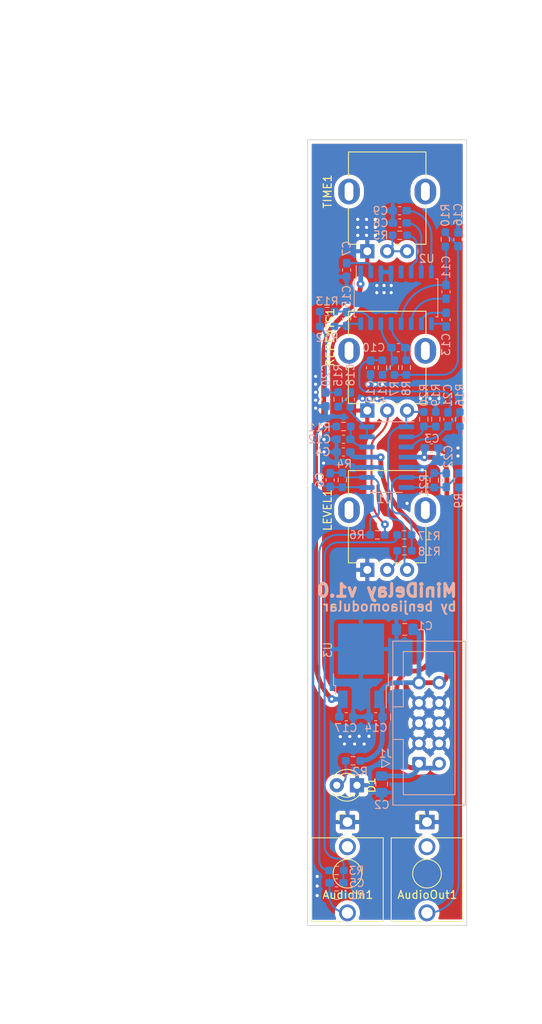
<source format=kicad_pcb>
(kicad_pcb (version 20211014) (generator pcbnew)
  (layers (0 "F.Cu" signal) (31 "B.Cu" signal) (34 "B.Paste" user) (35 "F.Paste" user) (36 "B.SilkS" user "B.Silkscreen") (37 "F.SilkS" user "F.Silkscreen") (38 "B.Mask" user) (39 "F.Mask" user) (44 "Edge.Cuts" user))
  (net 0 "")
  (net 1 "Net-(C22-Pad1)")
  (net 2 "Net-(C22-Pad2)")
  (net 3 "Net-(AudioIn1-PadT)")
  (net 4 "GND")
  (net 5 "+12V")
  (net 6 "Net-(D1-Pad2)")
  (net 7 "Net-(C6-Pad2)")
  (net 8 "DRY_OUT")
  (net 9 "Net-(C6-Pad1)")
  (net 10 "Net-(R5-Pad2)")
  (net 11 "Net-(R5-Pad1)")
  (net 12 "REPEATS")
  (net 13 "Net-(C10-Pad2)")
  (net 14 "Net-(C16-Pad2)")
  (net 15 "Net-(C10-Pad1)")
  (net 16 "Net-(AudioOut1-PadT)")
  (net 17 "Net-(C11-Pad2)")
  (net 18 "Net-(C12-Pad2)")
  (net 19 "Net-(C15-Pad2)")
  (net 20 "Net-(C20-Pad1)")
  (net 21 "Net-(C15-Pad1)")
  (net 22 "Net-(C19-Pad2)")
  (net 23 "Net-(C18-Pad1)")
  (net 24 "Net-(C21-Pad2)")
  (net 25 "WET_OUT")
  (net 26 "Net-(R19-Pad2)")
  (net 27 "Net-(LEVEL1-Pad3)")
  (net 28 "-12V")
  (net 29 "Net-(C8-Pad2)")
  (net 30 "Net-(C9-Pad2)")
  (net 31 "Net-(C11-Pad1)")
  (net 32 "Net-(C13-Pad2)")
  (net 33 "Net-(C13-Pad1)")
  (net 34 "+5V")
  (net 35 "Net-(C18-Pad2)")
  (net 36 "Net-(C7-Pad1)")
  (footprint "LED_THT:LED_D3.0mm" (layer "F.Cu") (at 131.2 138.55 180)
    (fp_text reference "D1")
    (fp_text value "3mm_LED")
  )
  (footprint "benjiaomodular:AudioJack_3.5mm" (layer "F.Cu") (at 140 143.17)
    (fp_text reference "AudioOut1")
    (fp_text value "AudioJack2_SwitchT" hide)
  )
  (footprint "benjiaomodular:AudioJack_3.5mm" (layer "F.Cu") (at 130 143.17)
    (fp_text reference "AudioIn1")
    (fp_text value "AudioJack2_SwitchT" hide)
  )
  (footprint "benjiaomodular:Potentiometer_RV09" (layer "F.Cu") (at 132.5 111.5 90)
    (fp_text reference "LEVEL1")
    (fp_text value "B10k")
  )
  (footprint "benjiaomodular:Potentiometer_RV09" (layer "F.Cu") (at 132.5 71.5 90)
    (fp_text reference "TIME1")
    (fp_text value "B100k")
  )
  (footprint "benjiaomodular:Potentiometer_RV09" (layer "F.Cu") (at 132.5 91.5 90)
    (fp_text reference "REPEATS1")
    (fp_text value "B10k")
  )
  (footprint "Resistor_SMD:R_0603_1608Metric_Pad0.98x0.95mm_HandSolder" (layer "B.Cu") (at 134.4 86.1 -90)
    (fp_text reference "R14")
    (fp_text value "10k")
  )
  (footprint "Capacitor_SMD:C_0603_1608Metric_Pad1.08x0.95mm_HandSolder" (layer "B.Cu") (at 142.43 100.24 90)
    (fp_text reference "C22")
    (fp_text value "68pF")
  )
  (footprint "Capacitor_SMD:C_0805_2012Metric_Pad1.18x1.45mm_HandSolder" (layer "B.Cu") (at 137.2 118.975 180)
    (fp_text reference "C1")
    (fp_text value "22uF")
  )
  (footprint "Package_TO_SOT_SMD:TO-252-2" (layer "B.Cu") (at 131.7 123.55 90)
    (fp_text reference "U3")
    (fp_text value "L7805")
  )
  (footprint "Resistor_SMD:R_0603_1608Metric_Pad0.98x0.95mm_HandSolder" (layer "B.Cu") (at 128.625 149.25 180)
    (fp_text reference "R3")
    (fp_text value "100k")
  )
  (footprint "Capacitor_SMD:C_0603_1608Metric_Pad1.08x0.95mm_HandSolder" (layer "B.Cu") (at 132.9 86.1 90)
    (fp_text reference "C19")
    (fp_text value "2.2nF")
  )
  (footprint "Resistor_SMD:R_0603_1608Metric_Pad0.98x0.95mm_HandSolder" (layer "B.Cu") (at 137.15 107.11)
    (fp_text reference "R17")
    (fp_text value "100k")
  )
  (footprint "Capacitor_SMD:C_0603_1608Metric_Pad1.08x0.95mm_HandSolder" (layer "B.Cu") (at 129.5 96.7)
    (fp_text reference "C4")
    (fp_text value "100nF")
  )
  (footprint "Resistor_SMD:R_0603_1608Metric_Pad0.98x0.95mm_HandSolder" (layer "B.Cu") (at 141.11 92.59 -90)
    (fp_text reference "R19")
    (fp_text value "20k")
  )
  (footprint "Resistor_SMD:R_0603_1608Metric_Pad0.98x0.95mm_HandSolder" (layer "B.Cu") (at 133.775 107.11 180)
    (fp_text reference "R6")
    (fp_text value "100k")
  )
  (footprint "Capacitor_SMD:C_0603_1608Metric_Pad1.08x0.95mm_HandSolder" (layer "B.Cu") (at 127.825 100.225 90)
    (fp_text reference "C6")
    (fp_text value "47pF")
  )
  (footprint "Capacitor_SMD:C_0603_1608Metric_Pad1.08x0.95mm_HandSolder" (layer "B.Cu") (at 136.4 83.6 180)
    (fp_text reference "C10")
    (fp_text value "2.2nF")
  )
  (footprint "Capacitor_SMD:C_0603_1608Metric_Pad1.08x0.95mm_HandSolder" (layer "B.Cu") (at 142.4 80.09 90)
    (fp_text reference "C13")
    (fp_text value "100nF")
  )
  (footprint "Resistor_SMD:R_0603_1608Metric_Pad0.98x0.95mm_HandSolder" (layer "B.Cu") (at 136.58 69.49 180)
    (fp_text reference "R5")
    (fp_text value "2.7k")
  )
  (footprint "Capacitor_SMD:C_0603_1608Metric_Pad1.08x0.95mm_HandSolder" (layer "B.Cu") (at 127.3 90.1 -90)
    (fp_text reference "C20")
    (fp_text value "4.7nF")
  )
  (footprint "Resistor_SMD:R_0603_1608Metric_Pad0.98x0.95mm_HandSolder" (layer "B.Cu") (at 129.5 93.5)
    (fp_text reference "R11")
    (fp_text value "10k")
  )
  (footprint "Capacitor_SMD:C_0603_1608Metric_Pad1.08x0.95mm_HandSolder" (layer "B.Cu") (at 140.575 96.2)
    (fp_text reference "C3")
    (fp_text value "100nF")
  )
  (footprint "Connector_IDC:IDC-Header_2x05_P2.54mm_Vertical" (layer "B.Cu") (at 138.9975 135.83)
    (fp_text reference "J1")
    (fp_text value "IDC_2x05")
  )
  (footprint "Resistor_SMD:R_0603_1608Metric_Pad0.98x0.95mm_HandSolder" (layer "B.Cu") (at 142.3 70 -90)
    (fp_text reference "R10")
    (fp_text value "10k")
  )
  (footprint "Capacitor_SMD:C_0603_1608Metric_Pad1.08x0.95mm_HandSolder" (layer "B.Cu") (at 142.4 76.6 90)
    (fp_text reference "C11")
    (fp_text value "100nF")
  )
  (footprint "Resistor_SMD:R_0603_1608Metric_Pad0.98x0.95mm_HandSolder" (layer "B.Cu") (at 130.7 135.475)
    (fp_text reference "R2")
    (fp_text value "10k")
  )
  (footprint "Resistor_SMD:R_0603_1608Metric_Pad0.98x0.95mm_HandSolder" (layer "B.Cu") (at 137.175 109.1)
    (fp_text reference "R18")
    (fp_text value "68k")
  )
  (footprint "Capacitor_SMD:C_0603_1608Metric_Pad1.08x0.95mm_HandSolder" (layer "B.Cu") (at 128.625 150.8 180)
    (fp_text reference "C5")
    (fp_text value "220nF")
  )
  (footprint "Resistor_SMD:R_0603_1608Metric_Pad0.98x0.95mm_HandSolder" (layer "B.Cu") (at 129.355 100.215 -90)
    (fp_text reference "R4")
    (fp_text value "10k")
  )
  (footprint "Resistor_SMD:R_0603_1608Metric_Pad0.98x0.95mm_HandSolder" (layer "B.Cu") (at 140.91 100.24 -90)
    (fp_text reference "R21")
    (fp_text value "100k")
  )
  (footprint "Resistor_SMD:R_0603_1608Metric_Pad0.98x0.95mm_HandSolder" (layer "B.Cu") (at 128.625 152.35 180)
    (fp_text reference "R1")
    (fp_text value "1M")
  )
  (footprint "Resistor_SMD:R_0603_1608Metric_Pad0.98x0.95mm_HandSolder" (layer "B.Cu") (at 143.98 100.24 90)
    (fp_text reference "R9")
    (fp_text value "1k")
  )
  (footprint "Resistor_SMD:R_0603_1608Metric_Pad0.98x0.95mm_HandSolder" (layer "B.Cu") (at 139.6 92.58 90)
    (fp_text reference "R20")
    (fp_text value "100k")
  )
  (footprint "Capacitor_SMD:C_0805_2012Metric_Pad1.18x1.45mm_HandSolder" (layer "B.Cu") (at 134.3 138.425 90)
    (fp_text reference "C2")
    (fp_text value "22uF")
  )
  (footprint "Capacitor_SMD:C_0603_1608Metric_Pad1.08x0.95mm_HandSolder" (layer "B.Cu") (at 142.63 92.59 -90)
    (fp_text reference "C21")
    (fp_text value "10nF")
  )
  (footprint "Capacitor_SMD:C_0603_1608Metric_Pad1.08x0.95mm_HandSolder" (layer "B.Cu") (at 136.559887 66.409826)
    (fp_text reference "C9")
    (fp_text value "100nF")
  )
  (footprint "Resistor_SMD:R_0603_1608Metric_Pad0.98x0.95mm_HandSolder" (layer "B.Cu") (at 144.13 92.6 90)
    (fp_text reference "R16")
    (fp_text value "1M")
  )
  (footprint "Capacitor_SMD:C_0603_1608Metric_Pad1.08x0.95mm_HandSolder" (layer "B.Cu") (at 129.9 73.85 -90)
    (fp_text reference "C7")
    (fp_text value "1uF")
  )
  (footprint "Resistor_SMD:R_0603_1608Metric_Pad0.98x0.95mm_HandSolder" (layer "B.Cu") (at 135.9 86.1 90)
    (fp_text reference "R7")
    (fp_text value "20k")
  )
  (footprint "Capacitor_SMD:C_0603_1608Metric_Pad1.08x0.95mm_HandSolder" (layer "B.Cu") (at 136.579887 67.949826)
    (fp_text reference "C8")
    (fp_text value "100nF")
  )
  (footprint "Resistor_SMD:R_0603_1608Metric_Pad0.98x0.95mm_HandSolder" (layer "B.Cu") (at 127.45 80.95)
    (fp_text reference "R12")
    (fp_text value "10k")
  )
  (footprint "Package_SO:SOP-16_4.55x10.3mm_P1.27mm" (layer "B.Cu") (at 136.11 77.35 -90)
    (fp_text reference "U2")
    (fp_text value "PT2399")
  )
  (footprint "Capacitor_SMD:C_0603_1608Metric_Pad1.08x0.95mm_HandSolder" (layer "B.Cu") (at 130.36 90.1 -90)
    (fp_text reference "C18")
    (fp_text value "1uF")
  )
  (footprint "Package_SO:SOIC-14_3.9x8.7mm_P1.27mm" (layer "B.Cu") (at 134.92 97.35 180)
    (fp_text reference "U1")
    (fp_text value "TL074")
  )
  (footprint "Capacitor_SMD:C_0603_1608Metric_Pad1.08x0.95mm_HandSolder" (layer "B.Cu") (at 129.5 95.1)
    (fp_text reference "C12")
    (fp_text value "2.2nF")
  )
  (footprint "Capacitor_SMD:C_0603_1608Metric_Pad1.08x0.95mm_HandSolder" (layer "B.Cu") (at 129.85 129.95)
    (fp_text reference "C17")
    (fp_text value "100nF")
  )
  (footprint "Capacitor_SMD:C_0603_1608Metric_Pad1.08x0.95mm_HandSolder" (layer "B.Cu") (at 143.9 70 -90)
    (fp_text reference "C16")
    (fp_text value "15nF")
  )
  (footprint "Capacitor_SMD:C_0603_1608Metric_Pad1.08x0.95mm_HandSolder" (layer "B.Cu") (at 129.9 80 -90)
    (fp_text reference "C15")
    (fp_text value "2.2nF")
  )
  (footprint "Resistor_SMD:R_0603_1608Metric_Pad0.98x0.95mm_HandSolder" (layer "B.Cu") (at 128.83 90.1 90)
    (fp_text reference "R15")
    (fp_text value "10k")
  )
  (footprint "Capacitor_SMD:C_0603_1608Metric_Pad1.08x0.95mm_HandSolder" (layer "B.Cu") (at 133.55 129.95 180)
    (fp_text reference "C14")
    (fp_text value "330nF")
  )
  (footprint "Resistor_SMD:R_0603_1608Metric_Pad0.98x0.95mm_HandSolder" (layer "B.Cu") (at 137.4 86.1 90)
    (fp_text reference "R8")
    (fp_text value "10k")
  )
  (footprint "Resistor_SMD:R_0603_1608Metric_Pad0.98x0.95mm_HandSolder" (layer "B.Cu") (at 127.45 79.07)
    (fp_text reference "R13")
    (fp_text value "10k")
  )
  (gr_line (start 125 156.15) (end 125 57.5) (layer "Edge.Cuts") (width 0.1))
  (gr_line (start 125 57.5) (end 145 57.5) (layer "Edge.Cuts") (width 0.1))
  (gr_line (start 145 57.5) (end 145 156.15) (layer "Edge.Cuts") (width 0.1))
  (gr_line (start 145 156.15) (end 125 156.15) (layer "Edge.Cuts") (width 0.1))
  (gr_text "MiniDelay v1.0" (at 134.95 114.1) (layer "B.SilkS") (effects (font (size 1.6 1.6) (thickness 0.4)) (justify mirror)))
  (gr_text "by benjiaomodular" (at 135.325 116.1) (layer "B.SilkS") (effects (font (size 1.2 1.2) (thickness 0.24)) (justify mirror)))
  (segment (start 143.98 99.3275) (end 143.98 99.5525) (width 0.25) (layer "B.Cu") (net 1))
  (segment (start 137.395 101.16) (end 137.405 101.15) (width 0.25) (layer "B.Cu") (net 1))
  (segment (start 137.405 101.15) (end 142.3825 101.15) (width 0.25) (layer "B.Cu") (net 1))
  (segment (start 143.98 99.5525) (end 142.43 101.1025) (width 0.25) (layer "B.Cu") (net 1))
  (segment (start 141.32 101.1425) (end 141.318722 101.141222) (width 0.25) (layer "B.Cu") (net 1))
  (arc (start 141.1525 101.16) (mid 141.186088 101.146088) (end 141.2 101.1125) (width 0.25) (layer "B.Cu") (net 1))
  (segment (start 138.0875 106.855911) (end 138.0875 107.55) (width 0.25) (layer "B.Cu") (net 2))
  (segment (start 137.395 99.89) (end 136.685 99.89) (width 0.25) (layer "B.Cu") (net 2))
  (segment (start 137.395 99.89) (end 140.3575 99.88) (width 0.25) (layer "B.Cu") (net 2))
  (segment (start 138.0875 107.55) (end 138.0875 109.1) (width 0.25) (layer "B.Cu") (net 2))
  (segment (start 142.43 99.3775) (end 140.96 99.3775) (width 0.25) (layer "B.Cu") (net 2))
  (segment (start 138.0625 107.11) (end 138.0625 106.1625) (width 0.25) (layer "B.Cu") (net 2))
  (segment (start 135.6 103.7) (end 135.6 100.975) (width 0.25) (layer "B.Cu") (net 2))
  (arc (start 136.3 104.4) (mid 135.805025 104.194975) (end 135.6 103.7) (width 0.25) (layer "B.Cu") (net 2))
  (arc (start 136.685 99.89) (mid 135.917789 100.207789) (end 135.6 100.975) (width 0.25) (layer "B.Cu") (net 2))
  (arc (start 138.0625 106.1625) (mid 137.546276 104.916224) (end 136.3 104.4) (width 0.25) (layer "B.Cu") (net 2))
  (arc (start 140.3575 99.88) (mid 140.748176 99.718176) (end 140.91 99.3275) (width 0.25) (layer "B.Cu") (net 2))
  (segment (start 127.7625 150.8) (end 127.7625 152.3) (width 0.25) (layer "B.Cu") (net 3))
  (segment (start 129.9325 154.57) (end 129.95 154.57) (width 0.25) (layer "B.Cu") (net 3))
  (arc (start 127.7125 152.35) (mid 128.362723 153.919777) (end 129.9325 154.57) (width 0.25) (layer "B.Cu") (net 3))
  (arc (start 127.7625 152.3) (mid 127.747855 152.335355) (end 127.7125 152.35) (width 0.25) (layer "B.Cu") (net 3))
  (via (at 135.5 76.7) (size 0.8) (drill 0.4) (layers "F.Cu" "B.Cu") (net 4))
  (via (at 133.5 69.5) (size 0.8) (drill 0.4) (layers "F.Cu" "B.Cu") (net 4))
  (via (at 132.4 67.5) (size 0.8) (drill 0.4) (layers "F.Cu" "B.Cu") (net 4))
  (via (at 130.3 132.425) (size 0.8) (drill 0.4) (layers "F.Cu" "B.Cu") (net 4))
  (via (at 131.3 69.5) (size 0.8) (drill 0.4) (layers "F.Cu" "B.Cu") (net 4))
  (via (at 132.8 90) (size 0.8) (drill 0.4) (layers "F.Cu" "B.Cu") (net 4))
  (via (at 132.6 88.2) (size 0.8) (drill 0.4) (layers "F.Cu" "B.Cu") (net 4))
  (via (at 132.4 68.5) (size 0.8) (drill 0.4) (layers "F.Cu" "B.Cu") (net 4))
  (via (at 134.4 88.2) (size 0.8) (drill 0.4) (layers "F.Cu" "B.Cu") (net 4))
  (via (at 137.5 103.15) (size 0.8) (drill 0.4) (layers "F.Cu" "B.Cu") (net 4))
  (via (at 135.5 75.8) (size 0.8) (drill 0.4) (layers "F.Cu" "B.Cu") (net 4))
  (via (at 131.475 132.4) (size 0.8) (drill 0.4) (layers "F.Cu" "B.Cu") (net 4))
  (via (at 143.9 97.2) (size 0.8) (drill 0.4) (layers "F.Cu" "B.Cu") (net 4))
  (via (at 131.3 67.5) (size 0.8) (drill 0.4) (layers "F.Cu" "B.Cu") (net 4))
  (via (at 127.05 96.7) (size 0.8) (drill 0.4) (layers "F.Cu" "B.Cu") (net 4))
  (via (at 132.1 133.375) (size 0.8) (drill 0.4) (layers "F.Cu" "B.Cu") (net 4))
  (via (at 130.9 133.375) (size 0.8) (drill 0.4) (layers "F.Cu" "B.Cu") (net 4))
  (via (at 132.7 132.4) (size 0.8) (drill 0.4) (layers "F.Cu" "B.Cu") (net 4))
  (via (at 133.5 88.2) (size 0.8) (drill 0.4) (layers "F.Cu" "B.Cu") (net 4))
  (via (at 129.625 133.375) (size 0.8) (drill 0.4) (layers "F.Cu" "B.Cu") (net 4))
  (via (at 133.7 90) (size 0.8) (drill 0.4) (layers "F.Cu" "B.Cu") (net 4))
  (via (at 126 88.2) (size 0.8) (drill 0.4) (layers "F.Cu" "B.Cu") (net 4))
  (via (at 126.2 150) (size 0.8) (drill 0.4) (layers "F.Cu" "B.Cu") (net 4))
  (via (at 126 90.2) (size 0.8) (drill 0.4) (layers "F.Cu" "B.Cu") (net 4))
  (via (at 126.2 151.2) (size 0.8) (drill 0.4) (layers "F.Cu" "B.Cu") (net 4))
  (via (at 126.2 152.4) (size 0.8) (drill 0.4) (layers "F.Cu" "B.Cu") (net 4))
  (via (at 133.5 67.5) (size 0.8) (drill 0.4) (layers "F.Cu" "B.Cu") (net 4))
  (via (at 143.9 96.2) (size 0.8) (drill 0.4) (layers "F.Cu" "B.Cu") (net 4))
  (via (at 133.5 68.5) (size 0.8) (drill 0.4) (layers "F.Cu" "B.Cu") (net 4))
  (via (at 131.3 68.5) (size 0.8) (drill 0.4) (layers "F.Cu" "B.Cu") (net 4))
  (via (at 126 91.2) (size 0.8) (drill 0.4) (layers "F.Cu" "B.Cu") (net 4))
  (via (at 134.6 76.7) (size 0.8) (drill 0.4) (layers "F.Cu" "B.Cu") (net 4))
  (via (at 141.5 90) (size 0.8) (drill 0.4) (layers "F.Cu" "B.Cu") (net 4))
  (via (at 133.7 75.8) (size 0.8) (drill 0.4) (layers "F.Cu" "B.Cu") (net 4))
  (via (at 139.2 90) (size 0.8) (drill 0.4) (layers "F.Cu" "B.Cu") (net 4))
  (via (at 132.4 69.5) (size 0.8) (drill 0.4) (layers "F.Cu" "B.Cu") (net 4))
  (via (at 126 87.2) (size 0.8) (drill 0.4) (layers "F.Cu" "B.Cu") (net 4))
  (via (at 139.4 98.95) (size 0.8) (drill 0.4) (layers "F.Cu" "B.Cu") (net 4))
  (via (at 133.7 76.7) (size 0.8) (drill 0.4) (layers "F.Cu" "B.Cu") (net 4))
  (via (at 134.6 75.8) (size 0.8) (drill 0.4) (layers "F.Cu" "B.Cu") (net 4))
  (via (at 129.1 132.45) (size 0.8) (drill 0.4) (layers "F.Cu" "B.Cu") (net 4))
  (via (at 126 89.2) (size 0.8) (drill 0.4) (layers "F.Cu" "B.Cu") (net 4))
  (via (at 127 98.1) (size 0.8) (drill 0.4) (layers "F.Cu" "B.Cu") (net 4))
  (via (at 131.9 90) (size 0.8) (drill 0.4) (layers "F.Cu" "B.Cu") (net 4))
  (via (at 140.4 90) (size 0.8) (drill 0.4) (layers "F.Cu" "B.Cu") (net 4))
  (via (at 127.05 95.125) (size 0.8) (drill 0.4) (layers "F.Cu" "B.Cu") (net 4))
  (segment (start 129.4875 152.3) (end 129.5375 152.35) (width 0.25) (layer "B.Cu") (net 4))
  (arc (start 132.0025 119.1125) (mid 131.862846 119.170346) (end 131.805 119.31) (width 0.25) (layer "B.Cu") (net 4))
  (segment (start 142.5 99.225) (end 142.5 124.7075) (width 0.6) (layer "F.Cu") (net 5))
  (segment (start 141.5375 125.67) (end 138.9975 125.67) (width 0.6) (layer "F.Cu") (net 5))
  (segment (start 139.675 97.375) (end 140.65 97.375) (width 0.6) (layer "F.Cu") (net 5))
  (via (at 139.675 97.375) (size 1) (drill 0.4) (layers "F.Cu" "B.Cu") (net 5))
  (arc (start 140.65 97.375) (mid 141.958148 97.916852) (end 142.5 99.225) (width 0.6) (layer "F.Cu") (net 5))
  (arc (start 142.5 124.7075) (mid 142.21809 125.38809) (end 141.5375 125.67) (width 0.6) (layer "F.Cu") (net 5))
  (segment (start 138.9975 125.67) (end 136.06 125.67) (width 0.6) (layer "B.Cu") (net 5))
  (segment (start 137.395 97.35) (end 139.2875 97.35) (width 0.6) (layer "B.Cu") (net 5))
  (segment (start 139.682701 96.3831) (end 139.670792 96.366708) (width 0.6) (layer "B.Cu") (net 5))
  (segment (start 139.675 97.375) (end 139.688962 96.402369) (width 0.6) (layer "B.Cu") (net 5))
  (segment (start 139.688962 96.402369) (end 139.682701 96.3831) (width 0.6) (layer "B.Cu") (net 5))
  (segment (start 134.3875 129.95) (end 134.3875 128.733792) (width 0.6) (layer "B.Cu") (net 5))
  (segment (start 139.670792 96.366708) (end 139.6544 96.354799) (width 0.6) (layer "B.Cu") (net 5))
  (segment (start 139 125.6675) (end 139 119.7375) (width 0.6) (layer "B.Cu") (net 5))
  (segment (start 134.3875 129.95) (end 134.3875 132.7) (width 0.6) (layer "B.Cu") (net 5))
  (arc (start 134.3875 132.7) (mid 133.574721 134.662221) (end 131.6125 135.475) (width 0.6) (layer "B.Cu") (net 5))
  (arc (start 136.06 125.67) (mid 134.589218 126.279218) (end 133.98 127.75) (width 0.6) (layer "B.Cu") (net 5))
  (arc (start 139 119.7375) (mid 138.776669 119.198331) (end 138.2375 118.975) (width 0.6) (layer "B.Cu") (net 5))
  (arc (start 138.9975 125.67) (mid 138.999268 125.669268) (end 139 125.6675) (width 0.6) (layer "B.Cu") (net 5))
  (arc (start 134.3875 128.733792) (mid 134.281594 128.201368) (end 133.98 127.75) (width 0.6) (layer "B.Cu") (net 5))
  (segment (start 129.7875 135.475) (end 129.7875 137.4225) (width 0.25) (layer "B.Cu") (net 6))
  (arc (start 129.7875 137.4225) (mid 129.457263 138.219763) (end 128.66 138.55) (width 0.25) (layer "B.Cu") (net 6))
  (segment (start 132.8625 107.11) (end 128.788816 107.11) (width 0.25) (layer "B.Cu") (net 7))
  (segment (start 133.95 101.018249) (end 133.95 104.32) (width 0.25) (layer "B.Cu") (net 7))
  (segment (start 132.8625 105.4075) (end 132.8625 107.11) (width 0.25) (layer "B.Cu") (net 7))
  (segment (start 126.46 109.438816) (end 126.46 147.9975) (width 0.25) (layer "B.Cu") (net 7))
  (segment (start 132.445 99.89) (end 132.821751 99.89) (width 0.25) (layer "B.Cu") (net 7))
  (segment (start 129.355 99.3025) (end 127.885 99.3025) (width 0.25) (layer "B.Cu") (net 7))
  (segment (start 132.445 99.89) (end 129.9425 99.89) (width 0.25) (layer "B.Cu") (net 7))
  (arc (start 126.46 147.9975) (mid 126.826849 148.883151) (end 127.7125 149.25) (width 0.25) (layer "B.Cu") (net 7))
  (arc (start 129.9425 99.89) (mid 129.527075 99.717925) (end 129.355 99.3025) (width 0.25) (layer "B.Cu") (net 7))
  (arc (start 133.95 104.32) (mid 133.815269 104.645269) (end 133.49 104.78) (width 0.25) (layer "B.Cu") (net 7))
  (arc (start 128.788816 107.11) (mid 127.142094 107.792094) (end 126.46 109.438816) (width 0.25) (layer "B.Cu") (net 7))
  (arc (start 133.49 104.78) (mid 133.04629 104.96379) (end 132.8625 105.4075) (width 0.25) (layer "B.Cu") (net 7))
  (arc (start 127.885 99.3025) (mid 127.842574 99.320074) (end 127.825 99.3625) (width 0.25) (layer "B.Cu") (net 7))
  (arc (start 132.821751 99.89) (mid 133.619544 100.220456) (end 133.95 101.018249) (width 0.25) (layer "B.Cu") (net 7))
  (segment (start 129.5375 148.5575) (end 129.5375 149.25) (width 0.25) (layer "B.Cu") (net 8))
  (segment (start 135.58 108.05) (end 128.851738 108.05) (width 0.25) (layer "B.Cu") (net 8))
  (segment (start 127.13 109.771738) (end 127.13 146.15) (width 0.25) (layer "B.Cu") (net 8))
  (segment (start 129.4875 150.8) (end 129.4875 149.3) (width 0.25) (layer "B.Cu") (net 8))
  (segment (start 136.2375 107.11) (end 136.2375 107.3925) (width 0.25) (layer "B.Cu") (net 8))
  (arc (start 127.13 146.15) (mid 127.598629 147.281371) (end 128.73 147.75) (width 0.25) (layer "B.Cu") (net 8))
  (arc (start 129.4875 149.3) (mid 129.502145 149.264645) (end 129.5375 149.25) (width 0.25) (layer "B.Cu") (net 8))
  (arc (start 136.2375 107.3925) (mid 136.044923 107.857423) (end 135.58 108.05) (width 0.25) (layer "B.Cu") (net 8))
  (arc (start 128.73 147.75) (mid 129.300989 147.986511) (end 129.5375 148.5575) (width 0.25) (layer "B.Cu") (net 8))
  (arc (start 128.851738 108.05) (mid 127.634285 108.554285) (end 127.13 109.771738) (width 0.25) (layer "B.Cu") (net 8))
  (segment (start 128.87 101.1225) (end 132.4075 101.1225) (width 0.25) (layer "B.Cu") (net 9))
  (segment (start 125.9 99.117725) (end 125.9 95.4) (width 0.25) (layer "B.Cu") (net 9))
  (segment (start 127.8 93.5) (end 128.5875 93.5) (width 0.25) (layer "B.Cu") (net 9))
  (segment (start 128.87 101.1225) (end 127.904775 101.1225) (width 0.25) (layer "B.Cu") (net 9))
  (arc (start 125.9 95.4) (mid 126.456497 94.056497) (end 127.8 93.5) (width 0.25) (layer "B.Cu") (net 9))
  (arc (start 127.904775 101.1225) (mid 126.487185 100.535315) (end 125.9 99.117725) (width 0.25) (layer "B.Cu") (net 9))
  (arc (start 132.4075 101.1225) (mid 132.434017 101.133483) (end 132.445 101.16) (width 0.25) (layer "B.Cu") (net 9))
  (segment (start 137.5 71.5) (end 135 71.5) (width 0.25) (layer "B.Cu") (net 10))
  (segment (start 135.6675 69.49) (end 135.6675 70.8325) (width 0.25) (layer "B.Cu") (net 10))
  (arc (start 135.6675 70.8325) (mid 135.471994 71.304494) (end 135 71.5) (width 0.25) (layer "B.Cu") (net 10))
  (segment (start 138.015 74.1) (end 138.015 73.385) (width 0.25) (layer "B.Cu") (net 11))
  (segment (start 138.725 72.675) (end 138.725 70.7225) (width 0.25) (layer "B.Cu") (net 11))
  (segment (start 138.015 73.385) (end 138.725 72.675) (width 0.25) (layer "B.Cu") (net 11))
  (arc (start 138.725 70.7225) (mid 138.364009 69.850991) (end 137.4925 69.49) (width 0.25) (layer "B.Cu") (net 11))
  (segment (start 133.025 96.08987) (end 133.025 102.206193) (width 0.25) (layer "F.Cu") (net 12))
  (segment (start 133.495134 94.954866) (end 134.207047 94.242953) (width 0.25) (layer "F.Cu") (net 12))
  (segment (start 135.1 92.087172) (end 135.1 91.55) (width 0.25) (layer "F.Cu") (net 12))
  (segment (start 134.367659 105.44766) (end 134.71 105.79) (width 0.25) (layer "F.Cu") (net 12))
  (via (at 134.71 105.79) (size 1) (drill 0.4) (layers "F.Cu" "B.Cu") (net 12))
  (arc (start 133.025 96.08987) (mid 133.147184 95.47561) (end 133.495134 94.954866) (width 0.25) (layer "F.Cu") (net 12))
  (arc (start 134.207047 94.242953) (mid 134.867929 93.253872) (end 135.1 92.087172) (width 0.25) (layer "F.Cu") (net 12))
  (arc (start 133.025 102.206193) (mid 133.373946 103.960462) (end 134.367659 105.44766) (width 0.25) (layer "F.Cu") (net 12))
  (segment (start 134.71 105.79) (end 134.71 107.055681) (width 0.25) (layer "B.Cu") (net 12))
  (arc (start 134.71 107.055681) (mid 134.704152 107.085078) (end 134.6875 107.11) (width 0.25) (layer "B.Cu") (net 12))
  (segment (start 135.5375 83.6) (end 135.5375 84.312348) (width 0.25) (layer "B.Cu") (net 13))
  (segment (start 135.3841 83.4466) (end 135.5375 83.6) (width 0.25) (layer "B.Cu") (net 13))
  (segment (start 135.67019 85.742309) (end 134.4 87.0125) (width 0.25) (layer "B.Cu") (net 13))
  (arc (start 135.5375 84.312348) (mid 135.631711 84.785976) (end 135.9 85.1875) (width 0.25) (layer "B.Cu") (net 13))
  (arc (start 134.205 80.6) (mid 134.511438 82.140569) (end 135.3841 83.4466) (width 0.25) (layer "B.Cu") (net 13))
  (arc (start 135.9 85.1875) (mid 135.840274 85.487761) (end 135.67019 85.742309) (width 0.25) (layer "B.Cu") (net 13))
  (segment (start 142.3 69.2625) (end 143.9 70.8625) (width 0.25) (layer "B.Cu") (net 14))
  (segment (start 143.9 70.8625) (end 143.9 85.014373) (width 0.25) (layer "B.Cu") (net 14))
  (segment (start 141.901873 87.0125) (end 137.4 87.0125) (width 0.25) (layer "B.Cu") (net 14))
  (segment (start 142.3 69.0875) (end 142.3 69.2625) (width 0.25) (layer "B.Cu") (net 14))
  (segment (start 135.9 87.0125) (end 137.4 87.0125) (width 0.25) (layer "B.Cu") (net 14))
  (arc (start 143.9 85.014373) (mid 143.314762 86.427262) (end 141.901873 87.0125) (width 0.25) (layer "B.Cu") (net 14))
  (segment (start 136.332367 82.669867) (end 137.2625 83.6) (width 0.25) (layer "B.Cu") (net 15))
  (segment (start 137.2625 83.6) (end 137.2625 84.855546) (width 0.25) (layer "B.Cu") (net 15))
  (arc (start 135.475 80.6) (mid 135.697822 81.720204) (end 136.332367 82.669867) (width 0.25) (layer "B.Cu") (net 15))
  (arc (start 137.2625 84.855546) (mid 137.298235 85.035198) (end 137.4 85.1875) (width 0.25) (layer "B.Cu") (net 15))
  (segment (start 143.975 109.4) (end 144 150.62) (width 0.25) (layer "B.Cu") (net 16))
  (segment (start 143.98 108.945976) (end 143.975 109.4) (width 0.25) (layer "B.Cu") (net 16))
  (segment (start 143.98 101.1525) (end 143.98 108.945976) (width 0.25) (layer "B.Cu") (net 16))
  (arc (start 144 150.62) (mid 142.843072 153.413072) (end 140.05 154.57) (width 0.25) (layer "B.Cu") (net 16))
  (segment (start 142.4 71.0125) (end 142.4 75.7375) (width 0.25) (layer "B.Cu") (net 17))
  (segment (start 142.3 70.9125) (end 142.4 71.0125) (width 0.25) (layer "B.Cu") (net 17))
  (segment (start 141.607486 75.7375) (end 142.4 75.7375) (width 0.25) (layer "B.Cu") (net 17))
  (arc (start 136.745 80.6) (mid 138.169189 77.161689) (end 141.607486 75.7375) (width 0.25) (layer "B.Cu") (net 17))
  (segment (start 130.3625 95.1) (end 130.562915 95.300415) (width 0.25) (layer "B.Cu") (net 18))
  (segment (start 130.4125 93.5) (end 130.4125 95.05) (width 0.25) (layer "B.Cu") (net 18))
  (segment (start 130.4125 95.05) (end 130.3625 95.1) (width 0.25) (layer "B.Cu") (net 18))
  (arc (start 130.562915 95.300415) (mid 131.426423 95.877392) (end 132.445 96.08) (width 0.25) (layer "B.Cu") (net 18))
  (segment (start 131.665 80.6) (end 130.1625 80.6) (width 0.25) (layer "B.Cu") (net 19))
  (segment (start 129.9 80.8625) (end 128.625 80.8625) (width 0.25) (layer "B.Cu") (net 19))
  (arc (start 130.1625 80.6) (mid 129.976884 80.676884) (end 129.9 80.8625) (width 0.25) (layer "B.Cu") (net 19))
  (segment (start 127.3 82.790837) (end 127.3 89.2375) (width 0.25) (layer "B.Cu") (net 20))
  (segment (start 127.3 89.2375) (end 128.70929 89.2375) (width 0.25) (layer "B.Cu") (net 20))
  (segment (start 126.5375 79.07) (end 126.5375 80.95) (width 0.25) (layer "B.Cu") (net 20))
  (arc (start 128.70929 89.2375) (mid 128.774618 89.224505) (end 128.83 89.1875) (width 0.25) (layer "B.Cu") (net 20))
  (arc (start 126.5375 80.95) (mid 127.101832 81.794583) (end 127.3 82.790837) (width 0.25) (layer "B.Cu") (net 20))
  (segment (start 129.873372 79.070769) (end 129.873372 79.075839) (width 0.25) (layer "B.Cu") (net 21))
  (segment (start 129.9 79.1375) (end 131.4725 79.1375) (width 0.25) (layer "B.Cu") (net 21))
  (segment (start 129.872603 79.07) (end 129.873372 79.070769) (width 0.25) (layer "B.Cu") (net 21))
  (segment (start 128.3625 79.07) (end 129.872603 79.07) (width 0.25) (layer "B.Cu") (net 21))
  (arc (start 131.4725 79.1375) (mid 132.506644 79.565856) (end 132.935 80.6) (width 0.25) (layer "B.Cu") (net 21))
  (arc (start 129.873372 79.075839) (mid 129.89428 79.103832) (end 129.9 79.1375) (width 0.25) (layer "B.Cu") (net 21))
  (segment (start 132.4 89.1) (end 141.9 89.1) (width 0.25) (layer "B.Cu") (net 22))
  (segment (start 134.4 85.1875) (end 133.02071 85.1875) (width 0.25) (layer "B.Cu") (net 22))
  (segment (start 131.5 86.6375) (end 131.5 88.2) (width 0.25) (layer "B.Cu") (net 22))
  (segment (start 142.9 90.1) (end 142.9 91.6275) (width 0.25) (layer "B.Cu") (net 22))
  (arc (start 133.02071 85.1875) (mid 132.955382 85.200494) (end 132.9 85.2375) (width 0.25) (layer "B.Cu") (net 22))
  (arc (start 131.5 88.2) (mid 131.763604 88.836396) (end 132.4 89.1) (width 0.25) (layer "B.Cu") (net 22))
  (arc (start 132.9 85.2375) (mid 131.910051 85.647551) (end 131.5 86.6375) (width 0.25) (layer "B.Cu") (net 22))
  (arc (start 141.9 89.1) (mid 142.607107 89.392893) (end 142.9 90.1) (width 0.25) (layer "B.Cu") (net 22))
  (segment (start 130.186759 89.655741) (end 128.83 91.0125) (width 0.25) (layer "B.Cu") (net 23))
  (arc (start 130.36 89.2375) (mid 130.314976 89.46385) (end 130.186759 89.655741) (width 0.25) (layer "B.Cu") (net 23))
  (segment (start 138.6 95.575) (end 138.589975 95.585025) (width 0.25) (layer "B.Cu") (net 24))
  (segment (start 140.175 95.075) (end 139.807106 95.075) (width 0.25) (layer "B.Cu") (net 24))
  (segment (start 142.63 93.4525) (end 141.596167 94.486333) (width 0.25) (layer "B.Cu") (net 24))
  (segment (start 144.13 91.6875) (end 144.13 91.9525) (width 0.25) (layer "B.Cu") (net 24))
  (segment (start 144.13 91.9525) (end 142.63 93.4525) (width 0.25) (layer "B.Cu") (net 24))
  (arc (start 141.596167 94.486333) (mid 140.94413 94.922011) (end 140.175 95.075) (width 0.25) (layer "B.Cu") (net 24))
  (arc (start 139.807106 95.075) (mid 139.153825 95.204946) (end 138.6 95.575) (width 0.25) (layer "B.Cu") (net 24))
  (arc (start 138.589975 95.585025) (mid 138.041716 95.95136) (end 137.395 96.08) (width 0.25) (layer "B.Cu") (net 24))
  (segment (start 136.2625 109.1) (end 136.2625 109.347031) (width 0.25) (layer "B.Cu") (net 25))
  (arc (start 136.2625 109.347031) (mid 136.025349 110.539269) (end 135.35 111.55) (width 0.25) (layer "B.Cu") (net 25))
  (segment (start 141.11 93.5025) (end 139.61 93.5025) (width 0.25) (layer "B.Cu") (net 26))
  (segment (start 139.61 93.5025) (end 139.6 93.4925) (width 0.25) (layer "B.Cu") (net 26))
  (segment (start 138.2825 94.81) (end 137.395 94.81) (width 0.25) (layer "B.Cu") (net 26))
  (arc (start 139.6 93.4925) (mid 139.214113 94.424113) (end 138.2825 94.81) (width 0.25) (layer "B.Cu") (net 26))
  (segment (start 139.6 91.6675) (end 137.7175 91.6675) (width 0.25) (layer "B.Cu") (net 27))
  (segment (start 137.395 93.54) (end 137.018249 93.54) (width 0.25) (layer "B.Cu") (net 27))
  (segment (start 137.6 91.55) (end 137.293937 91.856063) (width 0.25) (layer "B.Cu") (net 27))
  (segment (start 137.395 91.755) (end 137.395 93.54) (width 0.25) (layer "B.Cu") (net 27))
  (segment (start 135.125 95.433249) (end 135.125 104.325) (width 0.25) (layer "B.Cu") (net 27))
  (segment (start 137.175 106.375) (end 137.175 110.875) (width 0.25) (layer "B.Cu") (net 27))
  (arc (start 137.6 91.55) (mid 137.455043 91.610043) (end 137.395 91.755) (width 0.25) (layer "B.Cu") (net 27))
  (arc (start 137.175 110.875) (mid 137.372703 111.352297) (end 137.85 111.55) (width 0.25) (layer "B.Cu") (net 27))
  (arc (start 137.018249 93.54) (mid 135.67952 94.09452) (end 135.125 95.433249) (width 0.25) (layer "B.Cu") (net 27))
  (arc (start 136 105.2) (mid 136.83085 105.54415) (end 137.175 106.375) (width 0.25) (layer "B.Cu") (net 27))
  (arc (start 137.275 110.975) (mid 137.443414 111.381586) (end 137.85 111.55) (width 0.25) (layer "B.Cu") (net 27))
  (arc (start 135.125 104.325) (mid 135.381282 104.943718) (end 136 105.2) (width 0.25) (layer "B.Cu") (net 27))
  (arc (start 137.7175 91.6675) (mid 137.634415 91.633085) (end 137.6 91.55) (width 0.25) (layer "B.Cu") (net 27))
  (segment (start 138.55 136.4) (end 139.05 136.4) (width 0.6) (layer "F.Cu") (net 28))
  (segment (start 138.084225 105.609226) (end 137.7 105.225) (width 0.6) (layer "F.Cu") (net 28))
  (segment (start 140.4 111.2) (end 140.4 122.206418) (width 0.6) (layer "F.Cu") (net 28))
  (segment (start 134.175 97.43864) (end 134.175 97.375) (width 0.6) (layer "F.Cu") (net 28))
  (segment (start 137.7 105.225) (end 137.188237 104.713237) (width 0.6) (layer "F.Cu") (net 28))
  (segment (start 136.2 126.406418) (end 136.2 134.05) (width 0.6) (layer "F.Cu") (net 28))
  (via (at 134.175 97.375) (size 1) (drill 0.4) (layers "F.Cu" "B.Cu") (net 28))
  (arc (start 140.4 111.2) (mid 139.79815 108.174295) (end 138.084225 105.609226) (width 0.6) (layer "F.Cu") (net 28))
  (arc (start 140.4 122.206418) (mid 139.816093 123.616093) (end 138.406418 124.2) (width 0.6) (layer "F.Cu") (net 28))
  (arc (start 136.2 134.05) (mid 136.888299 135.711701) (end 138.55 136.4) (width 0.6) (layer "F.Cu") (net 28))
  (arc (start 138.406418 124.2) (mid 136.846245 124.846245) (end 136.2 126.406418) (width 0.6) (layer "F.Cu") (net 28))
  (arc (start 137.188237 104.713237) (mid 134.958115 101.375624) (end 134.175 97.43864) (width 0.6) (layer "F.Cu") (net 28))
  (segment (start 134.3 137.3875) (end 137.44 137.3875) (width 0.6) (layer "B.Cu") (net 28))
  (segment (start 132.445 97.35) (end 131.0125 97.35) (width 0.6) (layer "B.Cu") (net 28))
  (segment (start 139.05 136.4) (end 141.59 136.4) (width 0.6) (layer "B.Cu") (net 28))
  (segment (start 132.445 97.35) (end 134.15 97.35) (width 0.6) (layer "B.Cu") (net 28))
  (arc (start 137.44 137.3875) (mid 138.541319 136.931319) (end 138.9975 135.83) (width 0.6) (layer "B.Cu") (net 28))
  (arc (start 131.0125 97.35) (mid 130.552881 97.159619) (end 130.3625 96.7) (width 0.6) (layer "B.Cu") (net 28))
  (arc (start 134.15 97.35) (mid 134.167678 97.357322) (end 134.175 97.375) (width 0.25) (layer "B.Cu") (net 28))
  (segment (start 139.285 74.1) (end 139.285 69.792439) (width 0.25) (layer "B.Cu") (net 29))
  (arc (start 139.285 69.792439) (mid 138.745311 68.489515) (end 137.442387 67.949826) (width 0.25) (layer "B.Cu") (net 29))
  (segment (start 140.555 74.1) (end 140.555 69.542439) (width 0.25) (layer "B.Cu") (net 30))
  (arc (start 140.555 69.542439) (mid 139.637479 67.327347) (end 137.422387 66.409826) (width 0.25) (layer "B.Cu") (net 30))
  (segment (start 141.152494 77.4625) (end 142.4 77.4625) (width 0.25) (layer "B.Cu") (net 31))
  (arc (start 138.015 80.6) (mid 138.933951 78.381451) (end 141.152494 77.4625) (width 0.25) (layer "B.Cu") (net 31))
  (segment (start 142.428 79.2275) (end 140.657498 79.2275) (width 0.25) (layer "B.Cu") (net 32))
  (arc (start 140.657498 79.2275) (mid 139.686995 79.629495) (end 139.285 80.6) (width 0.25) (layer "B.Cu") (net 32))
  (segment (start 140.555 80.6) (end 142.0755 80.6) (width 0.25) (layer "B.Cu") (net 33))
  (arc (start 142.0755 80.6) (mid 142.324755 80.703245) (end 142.428 80.9525) (width 0.25) (layer "B.Cu") (net 33))
  (segment (start 127.02 84.355878) (end 127.02 91.627452) (width 0.6) (layer "F.Cu") (net 34))
  (segment (start 126 94.089949) (end 126 122.836218) (width 0.6) (layer "F.Cu") (net 34))
  (segment (start 130.412563 78.587437) (end 128.7 80.3) (width 0.6) (layer "F.Cu") (net 34))
  (via (at 131.65 75.6) (size 1) (drill 0.4) (layers "F.Cu" "B.Cu") (net 34))
  (via (at 128.025 127.725) (size 1) (drill 0.4) (layers "F.Cu" "B.Cu") (net 34))
  (arc (start 127.02 91.627452) (mid 126.936834 92.045552) (end 126.7 92.4) (width 0.6) (layer "F.Cu") (net 34))
  (arc (start 128.7 80.3) (mid 127.456618 82.160852) (end 127.02 84.355878) (width 0.6) (layer "F.Cu") (net 34))
  (arc (start 126 122.836218) (mid 126.526281 125.482007) (end 128.025 127.725) (width 0.6) (layer "F.Cu") (net 34))
  (arc (start 131.65 75.6) (mid 131.328401 77.216789) (end 130.412563 78.587437) (width 0.6) (layer "F.Cu") (net 34))
  (arc (start 126.7 92.4) (mid 126.181924 93.175355) (end 126 94.089949) (width 0.6) (layer "F.Cu") (net 34))
  (segment (start 128.9625 128.854502) (end 128.9625 129.95) (width 0.6) (layer "B.Cu") (net 34))
  (segment (start 129.42 127.75) (end 128.085355 127.75) (width 0.6) (layer "B.Cu") (net 34))
  (segment (start 131.665 74.1) (end 131.665 75.585) (width 0.6) (layer "B.Cu") (net 34))
  (arc (start 131.665 75.585) (mid 131.660607 75.595607) (end 131.65 75.6) (width 0.25) (layer "B.Cu") (net 34))
  (arc (start 128.085355 127.75) (mid 128.052691 127.743503) (end 128.025 127.725) (width 0.25) (layer "B.Cu") (net 34))
  (segment (start 132.445 93.54) (end 132.445 94.81) (width 0.25) (layer "B.Cu") (net 35))
  (segment (start 132.24 93.54) (end 132.445 93.54) (width 0.25) (layer "B.Cu") (net 35))
  (segment (start 130.36 90.9625) (end 130.36 91.66) (width 0.25) (layer "B.Cu") (net 35))
  (segment (start 130.36 91.66) (end 132.24 93.54) (width 0.25) (layer "B.Cu") (net 35))
  (segment (start 132.935 74.1) (end 132.935 73.591182) (width 0.25) (layer "B.Cu") (net 36))
  (segment (start 130.0625 72.975) (end 132.318818 72.975) (width 0.25) (layer "B.Cu") (net 36))
  (arc (start 132.318818 72.975) (mid 132.754524 73.155476) (end 132.935 73.591182) (width 0.25) (layer "B.Cu") (net 36))
  (zone (net 4) (net_name "GND") (layer "F.Cu") (connect_pads (clearance 0.508)) (min_thickness 0.254) (fill yes (thermal_gap 0.508) (thermal_bridge_width 0.508))
    (polygon (pts (xy 125.3 57.9) (xy 144.5 57.9) (xy 144.4 155.4) (xy 125.4 155.4)))
  )
  (zone (net 4) (net_name "GND") (layer "B.Cu") (connect_pads (clearance 0.508)) (min_thickness 0.254) (fill yes (thermal_gap 0.508) (thermal_bridge_width 0.508))
    (polygon (pts (xy 125.5 57.939979) (xy 144.5 57.939979) (xy 144.5 155.439979) (xy 125.5 155.439979)))
  )
)
</source>
